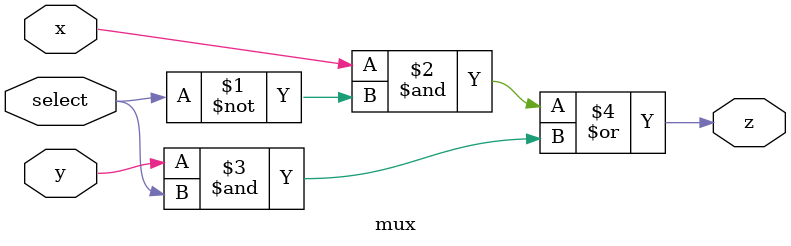
<source format=v>
module mux(select,x,y,z);
input select,x,y;
output z;
assign z=(x & ~select) | (y & select);
endmodule
</source>
